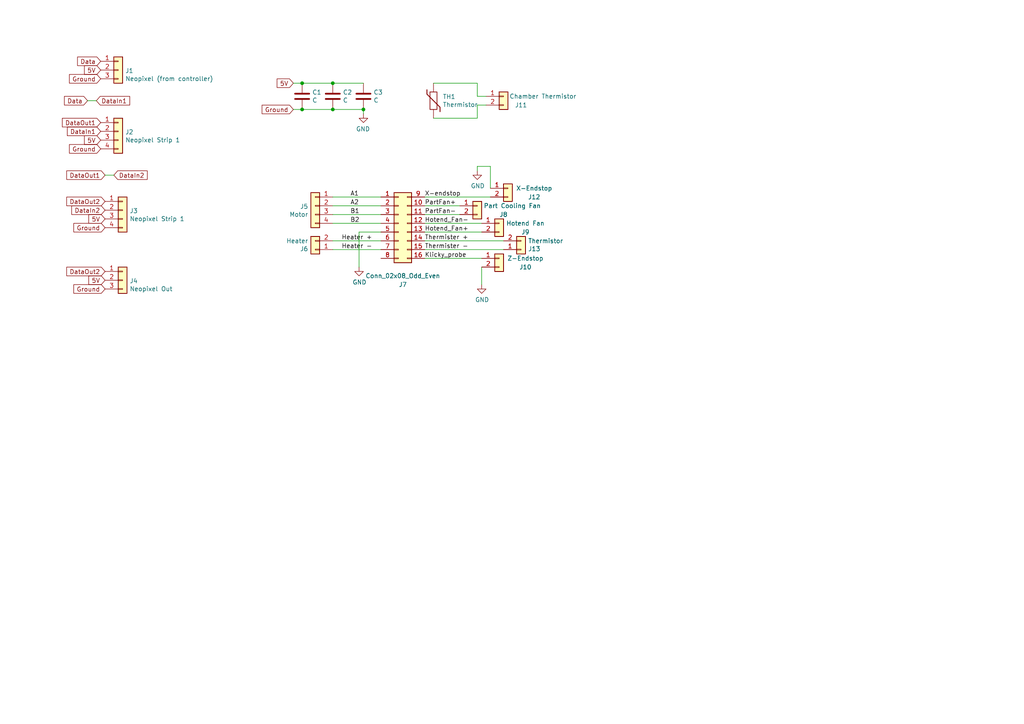
<source format=kicad_sch>
(kicad_sch (version 20211123) (generator eeschema)
  (paper "A4")
  (lib_symbols
    (symbol "Connector_Generic:Conn_01x02" (pin_names (offset 1.016) hide)
      (property "Reference" "J" (at 0 2.54 0))
      (property "Value" "Conn_01x02" (at 0 -5.08 0))
      (symbol "Conn_01x02_1_1"
        (rectangle (start -1.27 -2.413) (end 0 -2.667) (stroke (width 0.1524)))
        (rectangle (start -1.27 0.127) (end 0 -0.127) (stroke (width 0.1524)))
        (rectangle (start -1.27 1.27) (end 1.27 -3.81) (stroke (width 0.254)) (fill (type background)))
        (pin passive line (at -5.08 0 0) (length 3.81) (name "Pin_1") (number "1"))
        (pin passive line (at -5.08 -2.54 0) (length 3.81) (name "Pin_2") (number "2"))
      )
    )
    (symbol "Connector_Generic:Conn_01x03" (pin_names (offset 1.016) hide)
      (property "Reference" "J" (at 0 5.08 0))
      (property "Value" "Conn_01x03" (at 0 -5.08 0))
      (symbol "Conn_01x03_1_1"
        (rectangle (start -1.27 -2.413) (end 0 -2.667) (stroke (width 0.1524)))
        (rectangle (start -1.27 0.127) (end 0 -0.127) (stroke (width 0.1524)))
        (rectangle (start -1.27 2.667) (end 0 2.413) (stroke (width 0.1524)))
        (rectangle (start -1.27 3.81) (end 1.27 -3.81) (stroke (width 0.254)) (fill (type background)))
        (pin passive line (at -5.08 2.54 0) (length 3.81) (name "Pin_1") (number "1"))
        (pin passive line (at -5.08 0 0) (length 3.81) (name "Pin_2") (number "2"))
        (pin passive line (at -5.08 -2.54 0) (length 3.81) (name "Pin_3") (number "3"))
      )
    )
    (symbol "Connector_Generic:Conn_01x04" (pin_names (offset 1.016) hide)
      (property "Reference" "J" (at 0 5.08 0))
      (property "Value" "Conn_01x04" (at 0 -7.62 0))
      (symbol "Conn_01x04_1_1"
        (rectangle (start -1.27 -4.953) (end 0 -5.207) (stroke (width 0.1524)))
        (rectangle (start -1.27 -2.413) (end 0 -2.667) (stroke (width 0.1524)))
        (rectangle (start -1.27 0.127) (end 0 -0.127) (stroke (width 0.1524)))
        (rectangle (start -1.27 2.667) (end 0 2.413) (stroke (width 0.1524)))
        (rectangle (start -1.27 3.81) (end 1.27 -6.35) (stroke (width 0.254)) (fill (type background)))
        (pin passive line (at -5.08 2.54 0) (length 3.81) (name "Pin_1") (number "1"))
        (pin passive line (at -5.08 0 0) (length 3.81) (name "Pin_2") (number "2"))
        (pin passive line (at -5.08 -2.54 0) (length 3.81) (name "Pin_3") (number "3"))
        (pin passive line (at -5.08 -5.08 0) (length 3.81) (name "Pin_4") (number "4"))
      )
    )
    (symbol "Connector_Generic:Conn_02x08_Top_Bottom" (pin_names (offset 1.016) hide)
      (property "Reference" "J" (at 1.27 10.16 0))
      (property "Value" "Conn_02x08_Top_Bottom" (at 1.27 -12.7 0))
      (symbol "Conn_02x08_Top_Bottom_1_1"
        (rectangle (start -1.27 -10.033) (end 0 -10.287) (stroke (width 0.1524)))
        (rectangle (start -1.27 -7.493) (end 0 -7.747) (stroke (width 0.1524)))
        (rectangle (start -1.27 -4.953) (end 0 -5.207) (stroke (width 0.1524)))
        (rectangle (start -1.27 -2.413) (end 0 -2.667) (stroke (width 0.1524)))
        (rectangle (start -1.27 0.127) (end 0 -0.127) (stroke (width 0.1524)))
        (rectangle (start -1.27 2.667) (end 0 2.413) (stroke (width 0.1524)))
        (rectangle (start -1.27 5.207) (end 0 4.953) (stroke (width 0.1524)))
        (rectangle (start -1.27 7.747) (end 0 7.493) (stroke (width 0.1524)))
        (rectangle (start -1.27 8.89) (end 3.81 -11.43) (stroke (width 0.254)) (fill (type background)))
        (rectangle (start 3.81 -10.033) (end 2.54 -10.287) (stroke (width 0.1524)))
        (rectangle (start 3.81 -7.493) (end 2.54 -7.747) (stroke (width 0.1524)))
        (rectangle (start 3.81 -4.953) (end 2.54 -5.207) (stroke (width 0.1524)))
        (rectangle (start 3.81 -2.413) (end 2.54 -2.667) (stroke (width 0.1524)))
        (rectangle (start 3.81 0.127) (end 2.54 -0.127) (stroke (width 0.1524)))
        (rectangle (start 3.81 2.667) (end 2.54 2.413) (stroke (width 0.1524)))
        (rectangle (start 3.81 5.207) (end 2.54 4.953) (stroke (width 0.1524)))
        (rectangle (start 3.81 7.747) (end 2.54 7.493) (stroke (width 0.1524)))
        (pin passive line (at -5.08 7.62 0) (length 3.81) (name "Pin_1") (number "1"))
        (pin passive line (at 7.62 5.08 180) (length 3.81) (name "Pin_10") (number "10"))
        (pin passive line (at 7.62 2.54 180) (length 3.81) (name "Pin_11") (number "11"))
        (pin passive line (at 7.62 0 180) (length 3.81) (name "Pin_12") (number "12"))
        (pin passive line (at 7.62 -2.54 180) (length 3.81) (name "Pin_13") (number "13"))
        (pin passive line (at 7.62 -5.08 180) (length 3.81) (name "Pin_14") (number "14"))
        (pin passive line (at 7.62 -7.62 180) (length 3.81) (name "Pin_15") (number "15"))
        (pin passive line (at 7.62 -10.16 180) (length 3.81) (name "Pin_16") (number "16"))
        (pin passive line (at -5.08 5.08 0) (length 3.81) (name "Pin_2") (number "2"))
        (pin passive line (at -5.08 2.54 0) (length 3.81) (name "Pin_3") (number "3"))
        (pin passive line (at -5.08 0 0) (length 3.81) (name "Pin_4") (number "4"))
        (pin passive line (at -5.08 -2.54 0) (length 3.81) (name "Pin_5") (number "5"))
        (pin passive line (at -5.08 -5.08 0) (length 3.81) (name "Pin_6") (number "6"))
        (pin passive line (at -5.08 -7.62 0) (length 3.81) (name "Pin_7") (number "7"))
        (pin passive line (at -5.08 -10.16 0) (length 3.81) (name "Pin_8") (number "8"))
        (pin passive line (at 7.62 7.62 180) (length 3.81) (name "Pin_9") (number "9"))
      )
    )
    (symbol "Device:C" (pin_numbers hide) (pin_names (offset 0.254))
      (property "Reference" "C" (at 0.635 2.54 0))
      (property "Value" "C" (at 0.635 -2.54 0))
      (symbol "C_0_1"
        (polyline (pts (xy -2.032 -0.762) (xy 2.032 -0.762)) (stroke (width 0.508)))
        (polyline (pts (xy -2.032 0.762) (xy 2.032 0.762)) (stroke (width 0.508)))
      )
      (symbol "C_1_1"
        (pin passive line (at 0 3.81 270) (length 2.794) (name "~") (number "1"))
        (pin passive line (at 0 -3.81 90) (length 2.794) (name "~") (number "2"))
      )
    )
    (symbol "Device:Thermistor" (pin_numbers hide) (pin_names (offset 0))
      (property "Reference" "TH" (at 2.54 1.27 90))
      (property "Value" "Thermistor" (at -2.54 0 90))
      (symbol "Thermistor_0_1"
        (rectangle (start -1.016 2.54) (end 1.016 -2.54) (stroke (width 0.2032)))
        (polyline (pts (xy -1.905 3.175) (xy -1.905 1.905) (xy 1.905 -1.905) (xy 1.905 -3.175) (xy 1.905 -3.175)) (stroke (width 0.254)))
      )
      (symbol "Thermistor_1_1"
        (pin passive line (at 0 5.08 270) (length 2.54) (name "~") (number "1"))
        (pin passive line (at 0 -5.08 90) (length 2.54) (name "~") (number "2"))
      )
    )
    (symbol "power:GND" (power) (pin_names (offset 0))
      (property "Value" "GND" (at 0 -3.81 0))
      (symbol "GND_0_1"
        (polyline (pts (xy 0 0) (xy 0 -1.27) (xy 1.27 -1.27) (xy 0 -2.54) (xy -1.27 -1.27) (xy 0 -1.27)))
      )
      (symbol "GND_1_1"
        (pin power_in line (at 0 0 270) (length 0) hide (name "GND") (number "1"))
      )
    )
  )
  (junction (at 87.63 31.75))
  (junction (at 87.63 24.13))
  (junction (at 96.52 31.75))
  (junction (at 105.41 31.75))
  (junction (at 96.52 24.13))
  (wire (pts (xy 105.41 31.75) (xy 96.52 31.75)))
  (wire (pts (xy 96.52 59.69) (xy 110.49 59.69)))
  (wire (pts (xy 123.19 74.93) (xy 139.7 74.93)))
  (wire (pts (xy 110.49 69.85) (xy 96.52 69.85)))
  (wire (pts (xy 110.49 67.31) (xy 104.14 67.31)))
  (wire (pts (xy 140.97 27.94) (xy 138.43 27.94)))
  (wire (pts (xy 123.19 62.23) (xy 133.35 62.23)))
  (wire (pts (xy 105.41 24.13) (xy 96.52 24.13)))
  (wire (pts (xy 139.7 77.47) (xy 139.7 82.55)))
  (wire (pts (xy 96.52 31.75) (xy 87.63 31.75)))
  (wire (pts (xy 33.02 50.8) (xy 30.48 50.8)))
  (wire (pts (xy 138.43 24.13) (xy 125.73 24.13)))
  (wire (pts (xy 96.52 72.39) (xy 110.49 72.39)))
  (wire (pts (xy 104.14 67.31) (xy 104.14 77.47)))
  (wire (pts (xy 96.52 24.13) (xy 87.63 24.13)))
  (wire (pts (xy 138.43 24.13) (xy 138.43 27.94)))
  (wire (pts (xy 110.49 57.15) (xy 96.52 57.15)))
  (wire (pts (xy 105.41 31.75) (xy 105.41 33.02)))
  (wire (pts (xy 123.19 67.31) (xy 139.7 67.31)))
  (wire (pts (xy 138.43 48.26) (xy 138.43 49.53)))
  (wire (pts (xy 142.24 48.26) (xy 138.43 48.26)))
  (wire (pts (xy 139.7 64.77) (xy 123.19 64.77)))
  (wire (pts (xy 87.63 24.13) (xy 85.09 24.13)))
  (wire (pts (xy 140.97 30.48) (xy 138.43 30.48)))
  (wire (pts (xy 27.94 29.21) (xy 25.4 29.21)))
  (wire (pts (xy 133.35 59.69) (xy 123.19 59.69)))
  (wire (pts (xy 146.05 69.85) (xy 123.19 69.85)))
  (wire (pts (xy 123.19 57.15) (xy 142.24 57.15)))
  (wire (pts (xy 138.43 30.48) (xy 138.43 34.29)))
  (wire (pts (xy 123.19 72.39) (xy 146.05 72.39)))
  (wire (pts (xy 110.49 62.23) (xy 96.52 62.23)))
  (wire (pts (xy 96.52 64.77) (xy 110.49 64.77)))
  (wire (pts (xy 87.63 31.75) (xy 85.09 31.75)))
  (wire (pts (xy 142.24 54.61) (xy 142.24 48.26)))
  (wire (pts (xy 138.43 34.29) (xy 125.73 34.29)))
  (label "Klicky_probe" (at 123.19 74.93 0))
  (label "B2" (at 101.6 64.77 0))
  (label "PartFan-" (at 123.19 62.23 0))
  (label "A2" (at 101.6 59.69 0))
  (label "PartFan+" (at 123.19 59.69 0))
  (label "Thermister +" (at 123.19 69.85 0))
  (label "Heater +" (at 99.06 69.85 0))
  (label "Hotend_Fan+" (at 123.19 67.31 0))
  (label "Heater -" (at 99.06 72.39 0))
  (label "A1" (at 101.6 57.15 0))
  (label "Thermister -" (at 123.19 72.39 0))
  (label "B1" (at 101.6 62.23 0))
  (label "Hotend_Fan-" (at 123.19 64.77 0))
  (label "X-endstop" (at 123.19 57.15 0))
  (global_label "Ground" (shape input) (at 30.48 66.04 180) (property "Intersheet References" "${INTERSHEET_REFS}" (effects hide)))
  (global_label "DataOut1" (shape input) (at 30.48 50.8 180) (property "Intersheet References" "${INTERSHEET_REFS}" (effects hide)))
  (global_label "Ground" (shape input) (at 85.09 31.75 180) (property "Intersheet References" "${INTERSHEET_REFS}" (effects hide)))
  (global_label "Data" (shape input) (at 29.21 17.78 180) (property "Intersheet References" "${INTERSHEET_REFS}" (effects hide)))
  (global_label "Ground" (shape input) (at 30.48 83.82 180) (property "Intersheet References" "${INTERSHEET_REFS}" (effects hide)))
  (global_label "5V" (shape input) (at 29.21 40.64 180) (property "Intersheet References" "${INTERSHEET_REFS}" (effects hide)))
  (global_label "Ground" (shape input) (at 29.21 22.86 180) (property "Intersheet References" "${INTERSHEET_REFS}" (effects hide)))
  (global_label "DataOut2" (shape input) (at 30.48 78.74 180) (property "Intersheet References" "${INTERSHEET_REFS}" (effects hide)))
  (global_label "DataOut1" (shape input) (at 29.21 35.56 180) (property "Intersheet References" "${INTERSHEET_REFS}" (effects hide)))
  (global_label "DataIn2" (shape input) (at 30.48 60.96 180) (property "Intersheet References" "${INTERSHEET_REFS}" (effects hide)))
  (global_label "5V" (shape input) (at 29.21 20.32 180) (property "Intersheet References" "${INTERSHEET_REFS}" (effects hide)))
  (global_label "DataIn1" (shape input) (at 27.94 29.21 0) (property "Intersheet References" "${INTERSHEET_REFS}" (effects hide)))
  (global_label "DataIn1" (shape input) (at 29.21 38.1 180) (property "Intersheet References" "${INTERSHEET_REFS}" (effects hide)))
  (global_label "5V" (shape input) (at 30.48 81.28 180) (property "Intersheet References" "${INTERSHEET_REFS}" (effects hide)))
  (global_label "5V" (shape input) (at 85.09 24.13 180) (property "Intersheet References" "${INTERSHEET_REFS}" (effects hide)))
  (global_label "DataOut2" (shape input) (at 30.48 58.42 180) (property "Intersheet References" "${INTERSHEET_REFS}" (effects hide)))
  (global_label "Data" (shape input) (at 25.4 29.21 180) (property "Intersheet References" "${INTERSHEET_REFS}" (effects hide)))
  (global_label "Ground" (shape input) (at 29.21 43.18 180) (property "Intersheet References" "${INTERSHEET_REFS}" (effects hide)))
  (global_label "5V" (shape input) (at 30.48 63.5 180) (property "Intersheet References" "${INTERSHEET_REFS}" (effects hide)))
  (global_label "DataIn2" (shape input) (at 33.02 50.8 0) (property "Intersheet References" "${INTERSHEET_REFS}" (effects hide)))
  (symbol (lib_id "Device:Thermistor") (at 125.73 29.21 0) (unit 1)
    (property "Reference" "TH1" (at 128.397 28.0416 0) (effects (justify left)))
    (property "Value" "Thermistor" (at 128.397 30.353 0) (effects (justify left)))
    (property "Footprint" "Resistor_SMD:R_0805_2012Metric_Pad1.20x1.40mm_HandSolder" (effects hide))
  )
  (symbol (lib_id "Connector_Generic:Conn_02x08_Top_Bottom") (at 115.57 64.77 0) (unit 1)
    (property "Reference" "J7" (at 116.84 82.55 0))
    (property "Value" "Conn_02x08_Odd_Even" (at 116.84 80.01 0))
    (property "Footprint" "Connector_Molex:Molex_Micro-Fit_3.0_43045-1612_2x08_P3.00mm_Vertical" (effects hide))
  )
  (symbol (lib_id "Connector_Generic:Conn_01x04") (at 91.44 59.69 0) (mirror y) (unit 1)
    (property "Reference" "J5" (at 89.408 59.8932 0) (effects (justify left)))
    (property "Value" "Motor" (at 89.408 62.2046 0) (effects (justify left)))
    (property "Footprint" "Connector_JST:JST_XH_B4B-XH-A_1x04_P2.50mm_Vertical" (effects hide))
  )
  (symbol (lib_id "Connector_Generic:Conn_01x02") (at 144.78 64.77 0) (unit 1)
    (property "Reference" "J9" (at 152.4 67.31 0))
    (property "Value" "Hotend Fan" (at 152.4 64.77 0))
    (property "Footprint" "Connector_JST:JST_XH_B2B-XH-A_1x02_P2.50mm_Vertical" (effects hide))
  )
  (symbol (lib_id "Connector_Generic:Conn_01x02") (at 138.43 59.69 0) (unit 1)
    (property "Reference" "J8" (at 146.05 62.23 0))
    (property "Value" "Part Cooling Fan" (at 148.59 59.69 0))
    (property "Footprint" "Connector_JST:JST_XH_B2B-XH-A_1x02_P2.50mm_Vertical" (effects hide))
  )
  (symbol (lib_id "Connector_Generic:Conn_01x02") (at 91.44 72.39 180) (unit 1)
    (property "Reference" "J6" (at 89.408 72.1868 0) (effects (justify left)))
    (property "Value" "Heater" (at 89.408 69.8754 0) (effects (justify left)))
    (property "Footprint" "TerminalBlock_Phoenix:TerminalBlock_Phoenix_MKDS-1,5-2-5.08_1x02_P5.08mm_Horizontal" (effects hide))
  )
  (symbol (lib_id "Connector_Generic:Conn_01x02") (at 151.13 72.39 0) (mirror x) (unit 1)
    (property "Reference" "J13" (at 153.162 72.1868 0) (effects (justify left)))
    (property "Value" "Thermistor" (at 153.162 69.8754 0) (effects (justify left)))
    (property "Footprint" "Connector_JST:JST_XH_B2B-XH-A_1x02_P2.50mm_Vertical" (effects hide))
  )
  (symbol (lib_id "Connector_Generic:Conn_01x02") (at 147.32 54.61 0) (unit 1)
    (property "Reference" "J12" (at 154.94 57.15 0))
    (property "Value" "X-Endstop" (at 154.94 54.61 0))
    (property "Footprint" "Connector_JST:JST_XH_B2B-XH-A_1x02_P2.50mm_Vertical" (effects hide))
  )
  (symbol (lib_id "Connector_Generic:Conn_01x02") (at 146.05 27.94 0) (unit 1)
    (property "Reference" "J11" (at 151.13 30.48 0))
    (property "Value" "Chamber Thermistor" (at 157.48 27.94 0))
    (property "Footprint" "Connector_JST:JST_XH_B2B-XH-A_1x02_P2.50mm_Vertical" (effects hide))
  )
  (symbol (lib_id "power:GND") (at 104.14 77.47 0) (unit 1)
    (property "Reference" "#PWR01" (effects hide))
    (property "Value" "GND" (at 104.267 81.8642 0))
  )
  (symbol (lib_id "power:GND") (at 138.43 49.53 0) (unit 1)
    (property "Reference" "#PWR03" (effects hide))
    (property "Value" "GND" (at 138.557 53.9242 0))
  )
  (symbol (lib_id "Connector_Generic:Conn_01x03") (at 34.29 20.32 0) (unit 1)
    (property "Reference" "J1" (at 36.322 20.5232 0) (effects (justify left)))
    (property "Value" "Neopixel (from controller)" (at 36.322 22.8346 0) (effects (justify left)))
    (property "Footprint" "Connector_JST:JST_XH_B3B-XH-A_1x03_P2.50mm_Vertical" (effects hide))
  )
  (symbol (lib_id "Connector_Generic:Conn_01x04") (at 34.29 38.1 0) (unit 1)
    (property "Reference" "J2" (at 36.322 38.3032 0) (effects (justify left)))
    (property "Value" "Neopixel Strip 1" (at 36.322 40.6146 0) (effects (justify left)))
    (property "Footprint" "Connector_JST:JST_XH_B4B-XH-A_1x04_P2.50mm_Vertical" (effects hide))
  )
  (symbol (lib_id "Connector_Generic:Conn_01x04") (at 35.56 60.96 0) (unit 1)
    (property "Reference" "J3" (at 37.592 61.1632 0) (effects (justify left)))
    (property "Value" "Neopixel Strip 1" (at 37.592 63.4746 0) (effects (justify left)))
    (property "Footprint" "Connector_JST:JST_XH_B4B-XH-A_1x04_P2.50mm_Vertical" (effects hide))
  )
  (symbol (lib_id "power:GND") (at 105.41 33.02 0) (mirror y) (unit 1)
    (property "Reference" "#PWR02" (effects hide))
    (property "Value" "GND" (at 105.283 37.4142 0))
  )
  (symbol (lib_id "Device:C") (at 87.63 27.94 0) (unit 1)
    (property "Reference" "C1" (at 90.551 26.7716 0) (effects (justify left)))
    (property "Value" "C" (at 90.551 29.083 0) (effects (justify left)))
    (property "Footprint" "Capacitor_SMD:C_0805_2012Metric_Pad1.18x1.45mm_HandSolder" (effects hide))
  )
  (symbol (lib_id "Device:C") (at 96.52 27.94 0) (unit 1)
    (property "Reference" "C2" (at 99.441 26.7716 0) (effects (justify left)))
    (property "Value" "C" (at 99.441 29.083 0) (effects (justify left)))
    (property "Footprint" "Capacitor_SMD:C_0805_2012Metric_Pad1.18x1.45mm_HandSolder" (effects hide))
  )
  (symbol (lib_id "Device:C") (at 105.41 27.94 0) (unit 1)
    (property "Reference" "C3" (at 108.331 26.7716 0) (effects (justify left)))
    (property "Value" "C" (at 108.331 29.083 0) (effects (justify left)))
    (property "Footprint" "Capacitor_SMD:C_0805_2012Metric_Pad1.18x1.45mm_HandSolder" (effects hide))
  )
  (symbol (lib_id "Connector_Generic:Conn_01x03") (at 35.56 81.28 0) (unit 1)
    (property "Reference" "J4" (at 37.592 81.4832 0) (effects (justify left)))
    (property "Value" "Neopixel Out" (at 37.592 83.7946 0) (effects (justify left)))
    (property "Footprint" "Connector_JST:JST_XH_B3B-XH-A_1x03_P2.50mm_Vertical" (effects hide))
  )
  (symbol (lib_id "power:GND") (at 139.7 82.55 0) (unit 1)
    (property "Reference" "#PWR04" (effects hide))
    (property "Value" "GND" (at 139.827 86.9442 0))
  )
  (symbol (lib_id "Connector_Generic:Conn_01x02") (at 144.78 74.93 0) (unit 1)
    (property "Reference" "J10" (at 152.4 77.47 0))
    (property "Value" "Z-Endstop" (at 152.4 74.93 0))
    (property "Footprint" "Connector_JST:JST_XH_B2B-XH-A_1x02_P2.50mm_Vertical" (effects hide))
  )
)
</source>
